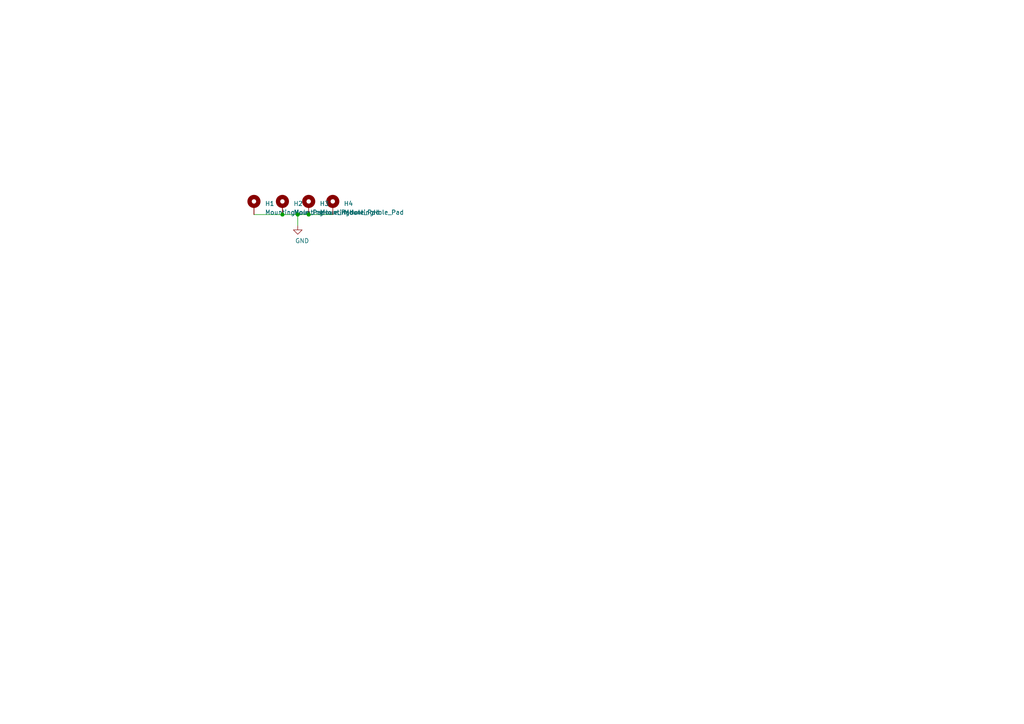
<source format=kicad_sch>
(kicad_sch (version 20210126) (generator eeschema)
  (paper "A4")
  (lib_symbols
    (symbol "Mechanical:MountingHole_Pad" (pin_numbers hide) (pin_names (offset 1.016) hide)
      (property "Reference" "H" (at 0 6.35 0))
      (property "Value" "MountingHole_Pad" (at 0 4.445 0))
      (symbol "MountingHole_Pad_0_1"
        (circle (center 0 1.27) (radius 1.27) (stroke (width 1.27)))
      )
      (symbol "MountingHole_Pad_1_1"
        (pin input line (at 0 -2.54 90) (length 2.54) (name "1") (number "1"))
      )
    )
    (symbol "power:GND" (power) (pin_names (offset 0))
      (property "Value" "GND" (at 0 -3.81 0))
      (symbol "GND_0_1"
        (polyline (pts (xy 0 0) (xy 0 -1.27) (xy 1.27 -1.27) (xy 0 -2.54) (xy -1.27 -1.27) (xy 0 -1.27)))
      )
      (symbol "GND_1_1"
        (pin power_in line (at 0 0 270) (length 0) hide (name "GND") (number "1"))
      )
    )
  )
  (junction (at 81.915 62.23) (diameter 1.016))
  (junction (at 86.36 62.23) (diameter 1.016))
  (junction (at 89.535 62.23) (diameter 1.016))
  (wire (pts (xy 73.66 62.23) (xy 81.915 62.23)))
  (wire (pts (xy 81.915 62.23) (xy 86.36 62.23)))
  (wire (pts (xy 86.36 62.23) (xy 86.36 65.405)))
  (wire (pts (xy 86.36 62.23) (xy 89.535 62.23)))
  (wire (pts (xy 89.535 62.23) (xy 96.52 62.23)))
  (symbol (lib_id "power:GND") (at 86.36 65.405 0) (unit 1)
    (property "Reference" "#PWR0101" (effects hide))
    (property "Value" "GND" (at 87.63 69.85 0))
  )
  (symbol (lib_id "Mechanical:MountingHole_Pad") (at 73.66 59.69 0) (unit 1)
    (property "Reference" "H1" (at 76.835 59.055 0) (effects (justify left)))
    (property "Value" "MountingHole_Pad" (at 76.835 61.595 0) (effects (justify left)))
    (property "Footprint" "MountingHole:MountingHole_3.2mm_M3_ISO7380_Pad" (effects hide))
  )
  (symbol (lib_id "Mechanical:MountingHole_Pad") (at 81.915 59.69 0) (unit 1)
    (property "Reference" "H2" (at 85.09 59.055 0) (effects (justify left)))
    (property "Value" "MountingHole_Pad" (at 85.09 61.595 0) (effects (justify left)))
    (property "Footprint" "MountingHole:MountingHole_3.2mm_M3_ISO7380_Pad" (effects hide))
  )
  (symbol (lib_id "Mechanical:MountingHole_Pad") (at 89.535 59.69 0) (unit 1)
    (property "Reference" "H3" (at 92.71 59.055 0) (effects (justify left)))
    (property "Value" "MountingHole_Pad" (at 92.71 61.595 0) (effects (justify left)))
    (property "Footprint" "MountingHole:MountingHole_3.2mm_M3_ISO7380_Pad" (effects hide))
  )
  (symbol (lib_id "Mechanical:MountingHole_Pad") (at 96.52 59.69 0) (unit 1)
    (property "Reference" "H4" (at 99.695 59.055 0) (effects (justify left)))
    (property "Value" "MountingHole_Pad" (at 99.695 61.595 0) (effects (justify left)))
    (property "Footprint" "MountingHole:MountingHole_3.2mm_M3_ISO7380_Pad" (effects hide))
  )
)
</source>
